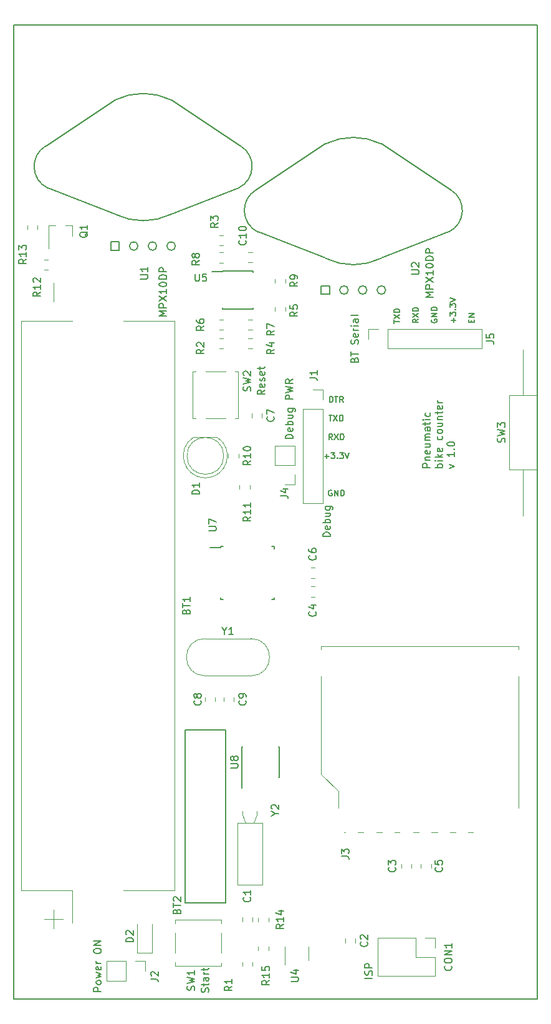
<source format=gbr>
%TF.GenerationSoftware,KiCad,Pcbnew,6.0.0-rc1-unknown-994a9c5~65~ubuntu18.04.1*%
%TF.CreationDate,2018-07-25T16:15:22+03:00*%
%TF.ProjectId,counter-pneumatic-v1-G368,636F756E7465722D706E65756D617469,rev?*%
%TF.SameCoordinates,Original*%
%TF.FileFunction,Legend,Top*%
%TF.FilePolarity,Positive*%
%FSLAX46Y46*%
G04 Gerber Fmt 4.6, Leading zero omitted, Abs format (unit mm)*
G04 Created by KiCad (PCBNEW 6.0.0-rc1-unknown-994a9c5~65~ubuntu18.04.1) date Wed Jul 25 16:15:22 2018*
%MOMM*%
%LPD*%
G01*
G04 APERTURE LIST*
%ADD10C,0.150000*%
%ADD11C,0.120000*%
G04 APERTURE END LIST*
D10*
X242007380Y-82849404D02*
X241007380Y-82849404D01*
X241007380Y-82468452D01*
X241055000Y-82373214D01*
X241102619Y-82325595D01*
X241197857Y-82277976D01*
X241340714Y-82277976D01*
X241435952Y-82325595D01*
X241483571Y-82373214D01*
X241531190Y-82468452D01*
X241531190Y-82849404D01*
X241340714Y-81849404D02*
X242007380Y-81849404D01*
X241435952Y-81849404D02*
X241388333Y-81801785D01*
X241340714Y-81706547D01*
X241340714Y-81563690D01*
X241388333Y-81468452D01*
X241483571Y-81420833D01*
X242007380Y-81420833D01*
X241959761Y-80563690D02*
X242007380Y-80658928D01*
X242007380Y-80849404D01*
X241959761Y-80944642D01*
X241864523Y-80992261D01*
X241483571Y-80992261D01*
X241388333Y-80944642D01*
X241340714Y-80849404D01*
X241340714Y-80658928D01*
X241388333Y-80563690D01*
X241483571Y-80516071D01*
X241578809Y-80516071D01*
X241674047Y-80992261D01*
X241340714Y-79658928D02*
X242007380Y-79658928D01*
X241340714Y-80087500D02*
X241864523Y-80087500D01*
X241959761Y-80039880D01*
X242007380Y-79944642D01*
X242007380Y-79801785D01*
X241959761Y-79706547D01*
X241912142Y-79658928D01*
X242007380Y-79182738D02*
X241340714Y-79182738D01*
X241435952Y-79182738D02*
X241388333Y-79135119D01*
X241340714Y-79039880D01*
X241340714Y-78897023D01*
X241388333Y-78801785D01*
X241483571Y-78754166D01*
X242007380Y-78754166D01*
X241483571Y-78754166D02*
X241388333Y-78706547D01*
X241340714Y-78611309D01*
X241340714Y-78468452D01*
X241388333Y-78373214D01*
X241483571Y-78325595D01*
X242007380Y-78325595D01*
X242007380Y-77420833D02*
X241483571Y-77420833D01*
X241388333Y-77468452D01*
X241340714Y-77563690D01*
X241340714Y-77754166D01*
X241388333Y-77849404D01*
X241959761Y-77420833D02*
X242007380Y-77516071D01*
X242007380Y-77754166D01*
X241959761Y-77849404D01*
X241864523Y-77897023D01*
X241769285Y-77897023D01*
X241674047Y-77849404D01*
X241626428Y-77754166D01*
X241626428Y-77516071D01*
X241578809Y-77420833D01*
X241340714Y-77087500D02*
X241340714Y-76706547D01*
X241007380Y-76944642D02*
X241864523Y-76944642D01*
X241959761Y-76897023D01*
X242007380Y-76801785D01*
X242007380Y-76706547D01*
X242007380Y-76373214D02*
X241340714Y-76373214D01*
X241007380Y-76373214D02*
X241055000Y-76420833D01*
X241102619Y-76373214D01*
X241055000Y-76325595D01*
X241007380Y-76373214D01*
X241102619Y-76373214D01*
X241959761Y-75468452D02*
X242007380Y-75563690D01*
X242007380Y-75754166D01*
X241959761Y-75849404D01*
X241912142Y-75897023D01*
X241816904Y-75944642D01*
X241531190Y-75944642D01*
X241435952Y-75897023D01*
X241388333Y-75849404D01*
X241340714Y-75754166D01*
X241340714Y-75563690D01*
X241388333Y-75468452D01*
X243657380Y-82849404D02*
X242657380Y-82849404D01*
X243038333Y-82849404D02*
X242990714Y-82754166D01*
X242990714Y-82563690D01*
X243038333Y-82468452D01*
X243085952Y-82420833D01*
X243181190Y-82373214D01*
X243466904Y-82373214D01*
X243562142Y-82420833D01*
X243609761Y-82468452D01*
X243657380Y-82563690D01*
X243657380Y-82754166D01*
X243609761Y-82849404D01*
X243657380Y-81944642D02*
X242990714Y-81944642D01*
X242657380Y-81944642D02*
X242705000Y-81992261D01*
X242752619Y-81944642D01*
X242705000Y-81897023D01*
X242657380Y-81944642D01*
X242752619Y-81944642D01*
X243657380Y-81468452D02*
X242657380Y-81468452D01*
X243276428Y-81373214D02*
X243657380Y-81087500D01*
X242990714Y-81087500D02*
X243371666Y-81468452D01*
X243609761Y-80277976D02*
X243657380Y-80373214D01*
X243657380Y-80563690D01*
X243609761Y-80658928D01*
X243514523Y-80706547D01*
X243133571Y-80706547D01*
X243038333Y-80658928D01*
X242990714Y-80563690D01*
X242990714Y-80373214D01*
X243038333Y-80277976D01*
X243133571Y-80230357D01*
X243228809Y-80230357D01*
X243324047Y-80706547D01*
X243609761Y-78611309D02*
X243657380Y-78706547D01*
X243657380Y-78897023D01*
X243609761Y-78992261D01*
X243562142Y-79039880D01*
X243466904Y-79087500D01*
X243181190Y-79087500D01*
X243085952Y-79039880D01*
X243038333Y-78992261D01*
X242990714Y-78897023D01*
X242990714Y-78706547D01*
X243038333Y-78611309D01*
X243657380Y-78039880D02*
X243609761Y-78135119D01*
X243562142Y-78182738D01*
X243466904Y-78230357D01*
X243181190Y-78230357D01*
X243085952Y-78182738D01*
X243038333Y-78135119D01*
X242990714Y-78039880D01*
X242990714Y-77897023D01*
X243038333Y-77801785D01*
X243085952Y-77754166D01*
X243181190Y-77706547D01*
X243466904Y-77706547D01*
X243562142Y-77754166D01*
X243609761Y-77801785D01*
X243657380Y-77897023D01*
X243657380Y-78039880D01*
X242990714Y-76849404D02*
X243657380Y-76849404D01*
X242990714Y-77277976D02*
X243514523Y-77277976D01*
X243609761Y-77230357D01*
X243657380Y-77135119D01*
X243657380Y-76992261D01*
X243609761Y-76897023D01*
X243562142Y-76849404D01*
X242990714Y-76373214D02*
X243657380Y-76373214D01*
X243085952Y-76373214D02*
X243038333Y-76325595D01*
X242990714Y-76230357D01*
X242990714Y-76087500D01*
X243038333Y-75992261D01*
X243133571Y-75944642D01*
X243657380Y-75944642D01*
X242990714Y-75611309D02*
X242990714Y-75230357D01*
X242657380Y-75468452D02*
X243514523Y-75468452D01*
X243609761Y-75420833D01*
X243657380Y-75325595D01*
X243657380Y-75230357D01*
X243609761Y-74516071D02*
X243657380Y-74611309D01*
X243657380Y-74801785D01*
X243609761Y-74897023D01*
X243514523Y-74944642D01*
X243133571Y-74944642D01*
X243038333Y-74897023D01*
X242990714Y-74801785D01*
X242990714Y-74611309D01*
X243038333Y-74516071D01*
X243133571Y-74468452D01*
X243228809Y-74468452D01*
X243324047Y-74944642D01*
X243657380Y-74039880D02*
X242990714Y-74039880D01*
X243181190Y-74039880D02*
X243085952Y-73992261D01*
X243038333Y-73944642D01*
X242990714Y-73849404D01*
X242990714Y-73754166D01*
X244640714Y-82944642D02*
X245307380Y-82706547D01*
X244640714Y-82468452D01*
X245307380Y-80801785D02*
X245307380Y-81373214D01*
X245307380Y-81087500D02*
X244307380Y-81087500D01*
X244450238Y-81182738D01*
X244545476Y-81277976D01*
X244593095Y-81373214D01*
X245212142Y-80373214D02*
X245259761Y-80325595D01*
X245307380Y-80373214D01*
X245259761Y-80420833D01*
X245212142Y-80373214D01*
X245307380Y-80373214D01*
X244307380Y-79706547D02*
X244307380Y-79611309D01*
X244355000Y-79516071D01*
X244402619Y-79468452D01*
X244497857Y-79420833D01*
X244688333Y-79373214D01*
X244926428Y-79373214D01*
X245116904Y-79420833D01*
X245212142Y-79468452D01*
X245259761Y-79516071D01*
X245307380Y-79611309D01*
X245307380Y-79706547D01*
X245259761Y-79801785D01*
X245212142Y-79849404D01*
X245116904Y-79897023D01*
X244926428Y-79944642D01*
X244688333Y-79944642D01*
X244497857Y-79897023D01*
X244402619Y-79849404D01*
X244355000Y-79801785D01*
X244307380Y-79706547D01*
X247592857Y-63172499D02*
X247592857Y-62905833D01*
X248011904Y-62791547D02*
X248011904Y-63172499D01*
X247211904Y-63172499D01*
X247211904Y-62791547D01*
X248011904Y-62448690D02*
X247211904Y-62448690D01*
X248011904Y-61991547D01*
X247211904Y-61991547D01*
X242170000Y-62775952D02*
X242131904Y-62852143D01*
X242131904Y-62966429D01*
X242170000Y-63080714D01*
X242246190Y-63156905D01*
X242322380Y-63195000D01*
X242474761Y-63233095D01*
X242589047Y-63233095D01*
X242741428Y-63195000D01*
X242817619Y-63156905D01*
X242893809Y-63080714D01*
X242931904Y-62966429D01*
X242931904Y-62890238D01*
X242893809Y-62775952D01*
X242855714Y-62737857D01*
X242589047Y-62737857D01*
X242589047Y-62890238D01*
X242931904Y-62395000D02*
X242131904Y-62395000D01*
X242931904Y-61937857D01*
X242131904Y-61937857D01*
X242931904Y-61556905D02*
X242131904Y-61556905D01*
X242131904Y-61366429D01*
X242170000Y-61252143D01*
X242246190Y-61175952D01*
X242322380Y-61137857D01*
X242474761Y-61099762D01*
X242589047Y-61099762D01*
X242741428Y-61137857D01*
X242817619Y-61175952D01*
X242893809Y-61252143D01*
X242931904Y-61366429D01*
X242931904Y-61556905D01*
X237051904Y-63309285D02*
X237051904Y-62852142D01*
X237851904Y-63080714D02*
X237051904Y-63080714D01*
X237051904Y-62661666D02*
X237851904Y-62128333D01*
X237051904Y-62128333D02*
X237851904Y-62661666D01*
X237851904Y-61823571D02*
X237051904Y-61823571D01*
X237051904Y-61633095D01*
X237090000Y-61518809D01*
X237166190Y-61442619D01*
X237242380Y-61404523D01*
X237394761Y-61366428D01*
X237509047Y-61366428D01*
X237661428Y-61404523D01*
X237737619Y-61442619D01*
X237813809Y-61518809D01*
X237851904Y-61633095D01*
X237851904Y-61823571D01*
X245167142Y-63195000D02*
X245167142Y-62585476D01*
X245471904Y-62890238D02*
X244862380Y-62890238D01*
X244671904Y-62280714D02*
X244671904Y-61785476D01*
X244976666Y-62052142D01*
X244976666Y-61937857D01*
X245014761Y-61861666D01*
X245052857Y-61823571D01*
X245129047Y-61785476D01*
X245319523Y-61785476D01*
X245395714Y-61823571D01*
X245433809Y-61861666D01*
X245471904Y-61937857D01*
X245471904Y-62166428D01*
X245433809Y-62242619D01*
X245395714Y-62280714D01*
X245395714Y-61442619D02*
X245433809Y-61404523D01*
X245471904Y-61442619D01*
X245433809Y-61480714D01*
X245395714Y-61442619D01*
X245471904Y-61442619D01*
X244671904Y-61137857D02*
X244671904Y-60642619D01*
X244976666Y-60909285D01*
X244976666Y-60795000D01*
X245014761Y-60718809D01*
X245052857Y-60680714D01*
X245129047Y-60642619D01*
X245319523Y-60642619D01*
X245395714Y-60680714D01*
X245433809Y-60718809D01*
X245471904Y-60795000D01*
X245471904Y-61023571D01*
X245433809Y-61099761D01*
X245395714Y-61137857D01*
X244671904Y-60414047D02*
X245471904Y-60147380D01*
X244671904Y-59880714D01*
X240391904Y-62737857D02*
X240010952Y-63004524D01*
X240391904Y-63195000D02*
X239591904Y-63195000D01*
X239591904Y-62890238D01*
X239630000Y-62814047D01*
X239668095Y-62775952D01*
X239744285Y-62737857D01*
X239858571Y-62737857D01*
X239934761Y-62775952D01*
X239972857Y-62814047D01*
X240010952Y-62890238D01*
X240010952Y-63195000D01*
X239591904Y-62471190D02*
X240391904Y-61937857D01*
X239591904Y-61937857D02*
X240391904Y-62471190D01*
X240391904Y-61633095D02*
X239591904Y-61633095D01*
X239591904Y-61442619D01*
X239630000Y-61328333D01*
X239706190Y-61252143D01*
X239782380Y-61214047D01*
X239934761Y-61175952D01*
X240049047Y-61175952D01*
X240201428Y-61214047D01*
X240277619Y-61252143D01*
X240353809Y-61328333D01*
X240391904Y-61442619D01*
X240391904Y-61633095D01*
X223337380Y-78930000D02*
X222337380Y-78930000D01*
X222337380Y-78691904D01*
X222385000Y-78549047D01*
X222480238Y-78453809D01*
X222575476Y-78406190D01*
X222765952Y-78358571D01*
X222908809Y-78358571D01*
X223099285Y-78406190D01*
X223194523Y-78453809D01*
X223289761Y-78549047D01*
X223337380Y-78691904D01*
X223337380Y-78930000D01*
X223289761Y-77549047D02*
X223337380Y-77644285D01*
X223337380Y-77834761D01*
X223289761Y-77930000D01*
X223194523Y-77977619D01*
X222813571Y-77977619D01*
X222718333Y-77930000D01*
X222670714Y-77834761D01*
X222670714Y-77644285D01*
X222718333Y-77549047D01*
X222813571Y-77501428D01*
X222908809Y-77501428D01*
X223004047Y-77977619D01*
X223337380Y-77072857D02*
X222337380Y-77072857D01*
X222718333Y-77072857D02*
X222670714Y-76977619D01*
X222670714Y-76787142D01*
X222718333Y-76691904D01*
X222765952Y-76644285D01*
X222861190Y-76596666D01*
X223146904Y-76596666D01*
X223242142Y-76644285D01*
X223289761Y-76691904D01*
X223337380Y-76787142D01*
X223337380Y-76977619D01*
X223289761Y-77072857D01*
X222670714Y-75739523D02*
X223337380Y-75739523D01*
X222670714Y-76168095D02*
X223194523Y-76168095D01*
X223289761Y-76120476D01*
X223337380Y-76025238D01*
X223337380Y-75882380D01*
X223289761Y-75787142D01*
X223242142Y-75739523D01*
X222670714Y-74834761D02*
X223480238Y-74834761D01*
X223575476Y-74882380D01*
X223623095Y-74930000D01*
X223670714Y-75025238D01*
X223670714Y-75168095D01*
X223623095Y-75263333D01*
X223289761Y-74834761D02*
X223337380Y-74930000D01*
X223337380Y-75120476D01*
X223289761Y-75215714D01*
X223242142Y-75263333D01*
X223146904Y-75310952D01*
X222861190Y-75310952D01*
X222765952Y-75263333D01*
X222718333Y-75215714D01*
X222670714Y-75120476D01*
X222670714Y-74930000D01*
X222718333Y-74834761D01*
X223337380Y-73596666D02*
X222337380Y-73596666D01*
X222337380Y-73215714D01*
X222385000Y-73120476D01*
X222432619Y-73072857D01*
X222527857Y-73025238D01*
X222670714Y-73025238D01*
X222765952Y-73072857D01*
X222813571Y-73120476D01*
X222861190Y-73215714D01*
X222861190Y-73596666D01*
X222337380Y-72691904D02*
X223337380Y-72453809D01*
X222623095Y-72263333D01*
X223337380Y-72072857D01*
X222337380Y-71834761D01*
X223337380Y-70882380D02*
X222861190Y-71215714D01*
X223337380Y-71453809D02*
X222337380Y-71453809D01*
X222337380Y-71072857D01*
X222385000Y-70977619D01*
X222432619Y-70930000D01*
X222527857Y-70882380D01*
X222670714Y-70882380D01*
X222765952Y-70930000D01*
X222813571Y-70977619D01*
X222861190Y-71072857D01*
X222861190Y-71453809D01*
X227635000Y-81337142D02*
X228244523Y-81337142D01*
X227939761Y-81641904D02*
X227939761Y-81032380D01*
X228549285Y-80841904D02*
X229044523Y-80841904D01*
X228777857Y-81146666D01*
X228892142Y-81146666D01*
X228968333Y-81184761D01*
X229006428Y-81222857D01*
X229044523Y-81299047D01*
X229044523Y-81489523D01*
X229006428Y-81565714D01*
X228968333Y-81603809D01*
X228892142Y-81641904D01*
X228663571Y-81641904D01*
X228587380Y-81603809D01*
X228549285Y-81565714D01*
X229387380Y-81565714D02*
X229425476Y-81603809D01*
X229387380Y-81641904D01*
X229349285Y-81603809D01*
X229387380Y-81565714D01*
X229387380Y-81641904D01*
X229692142Y-80841904D02*
X230187380Y-80841904D01*
X229920714Y-81146666D01*
X230035000Y-81146666D01*
X230111190Y-81184761D01*
X230149285Y-81222857D01*
X230187380Y-81299047D01*
X230187380Y-81489523D01*
X230149285Y-81565714D01*
X230111190Y-81603809D01*
X230035000Y-81641904D01*
X229806428Y-81641904D01*
X229730238Y-81603809D01*
X229692142Y-81565714D01*
X230415952Y-80841904D02*
X230682619Y-81641904D01*
X230949285Y-80841904D01*
X228625476Y-85960000D02*
X228549285Y-85921904D01*
X228435000Y-85921904D01*
X228320714Y-85960000D01*
X228244523Y-86036190D01*
X228206428Y-86112380D01*
X228168333Y-86264761D01*
X228168333Y-86379047D01*
X228206428Y-86531428D01*
X228244523Y-86607619D01*
X228320714Y-86683809D01*
X228435000Y-86721904D01*
X228511190Y-86721904D01*
X228625476Y-86683809D01*
X228663571Y-86645714D01*
X228663571Y-86379047D01*
X228511190Y-86379047D01*
X229006428Y-86721904D02*
X229006428Y-85921904D01*
X229463571Y-86721904D01*
X229463571Y-85921904D01*
X229844523Y-86721904D02*
X229844523Y-85921904D01*
X230035000Y-85921904D01*
X230149285Y-85960000D01*
X230225476Y-86036190D01*
X230263571Y-86112380D01*
X230301666Y-86264761D01*
X230301666Y-86379047D01*
X230263571Y-86531428D01*
X230225476Y-86607619D01*
X230149285Y-86683809D01*
X230035000Y-86721904D01*
X229844523Y-86721904D01*
X228320714Y-74021904D02*
X228320714Y-73221904D01*
X228511190Y-73221904D01*
X228625476Y-73260000D01*
X228701666Y-73336190D01*
X228739761Y-73412380D01*
X228777857Y-73564761D01*
X228777857Y-73679047D01*
X228739761Y-73831428D01*
X228701666Y-73907619D01*
X228625476Y-73983809D01*
X228511190Y-74021904D01*
X228320714Y-74021904D01*
X229006428Y-73221904D02*
X229463571Y-73221904D01*
X229235000Y-74021904D02*
X229235000Y-73221904D01*
X230187380Y-74021904D02*
X229920714Y-73640952D01*
X229730238Y-74021904D02*
X229730238Y-73221904D01*
X230035000Y-73221904D01*
X230111190Y-73260000D01*
X230149285Y-73298095D01*
X230187380Y-73374285D01*
X230187380Y-73488571D01*
X230149285Y-73564761D01*
X230111190Y-73602857D01*
X230035000Y-73640952D01*
X229730238Y-73640952D01*
X228701666Y-79101904D02*
X228435000Y-78720952D01*
X228244523Y-79101904D02*
X228244523Y-78301904D01*
X228549285Y-78301904D01*
X228625476Y-78340000D01*
X228663571Y-78378095D01*
X228701666Y-78454285D01*
X228701666Y-78568571D01*
X228663571Y-78644761D01*
X228625476Y-78682857D01*
X228549285Y-78720952D01*
X228244523Y-78720952D01*
X228968333Y-78301904D02*
X229501666Y-79101904D01*
X229501666Y-78301904D02*
X228968333Y-79101904D01*
X229806428Y-79101904D02*
X229806428Y-78301904D01*
X229996904Y-78301904D01*
X230111190Y-78340000D01*
X230187380Y-78416190D01*
X230225476Y-78492380D01*
X230263571Y-78644761D01*
X230263571Y-78759047D01*
X230225476Y-78911428D01*
X230187380Y-78987619D01*
X230111190Y-79063809D01*
X229996904Y-79101904D01*
X229806428Y-79101904D01*
X228225476Y-75761904D02*
X228682619Y-75761904D01*
X228454047Y-76561904D02*
X228454047Y-75761904D01*
X228873095Y-75761904D02*
X229406428Y-76561904D01*
X229406428Y-75761904D02*
X228873095Y-76561904D01*
X229711190Y-76561904D02*
X229711190Y-75761904D01*
X229901666Y-75761904D01*
X230015952Y-75800000D01*
X230092142Y-75876190D01*
X230130238Y-75952380D01*
X230168333Y-76104761D01*
X230168333Y-76219047D01*
X230130238Y-76371428D01*
X230092142Y-76447619D01*
X230015952Y-76523809D01*
X229901666Y-76561904D01*
X229711190Y-76561904D01*
X228417380Y-92217619D02*
X227417380Y-92217619D01*
X227417380Y-91979523D01*
X227465000Y-91836666D01*
X227560238Y-91741428D01*
X227655476Y-91693809D01*
X227845952Y-91646190D01*
X227988809Y-91646190D01*
X228179285Y-91693809D01*
X228274523Y-91741428D01*
X228369761Y-91836666D01*
X228417380Y-91979523D01*
X228417380Y-92217619D01*
X228369761Y-90836666D02*
X228417380Y-90931904D01*
X228417380Y-91122380D01*
X228369761Y-91217619D01*
X228274523Y-91265238D01*
X227893571Y-91265238D01*
X227798333Y-91217619D01*
X227750714Y-91122380D01*
X227750714Y-90931904D01*
X227798333Y-90836666D01*
X227893571Y-90789047D01*
X227988809Y-90789047D01*
X228084047Y-91265238D01*
X228417380Y-90360476D02*
X227417380Y-90360476D01*
X227798333Y-90360476D02*
X227750714Y-90265238D01*
X227750714Y-90074761D01*
X227798333Y-89979523D01*
X227845952Y-89931904D01*
X227941190Y-89884285D01*
X228226904Y-89884285D01*
X228322142Y-89931904D01*
X228369761Y-89979523D01*
X228417380Y-90074761D01*
X228417380Y-90265238D01*
X228369761Y-90360476D01*
X227750714Y-89027142D02*
X228417380Y-89027142D01*
X227750714Y-89455714D02*
X228274523Y-89455714D01*
X228369761Y-89408095D01*
X228417380Y-89312857D01*
X228417380Y-89170000D01*
X228369761Y-89074761D01*
X228322142Y-89027142D01*
X227750714Y-88122380D02*
X228560238Y-88122380D01*
X228655476Y-88170000D01*
X228703095Y-88217619D01*
X228750714Y-88312857D01*
X228750714Y-88455714D01*
X228703095Y-88550952D01*
X228369761Y-88122380D02*
X228417380Y-88217619D01*
X228417380Y-88408095D01*
X228369761Y-88503333D01*
X228322142Y-88550952D01*
X228226904Y-88598571D01*
X227941190Y-88598571D01*
X227845952Y-88550952D01*
X227798333Y-88503333D01*
X227750714Y-88408095D01*
X227750714Y-88217619D01*
X227798333Y-88122380D01*
X231703571Y-68262142D02*
X231751190Y-68119285D01*
X231798809Y-68071666D01*
X231894047Y-68024047D01*
X232036904Y-68024047D01*
X232132142Y-68071666D01*
X232179761Y-68119285D01*
X232227380Y-68214523D01*
X232227380Y-68595476D01*
X231227380Y-68595476D01*
X231227380Y-68262142D01*
X231275000Y-68166904D01*
X231322619Y-68119285D01*
X231417857Y-68071666D01*
X231513095Y-68071666D01*
X231608333Y-68119285D01*
X231655952Y-68166904D01*
X231703571Y-68262142D01*
X231703571Y-68595476D01*
X231227380Y-67738333D02*
X231227380Y-67166904D01*
X232227380Y-67452619D02*
X231227380Y-67452619D01*
X232179761Y-66119285D02*
X232227380Y-65976428D01*
X232227380Y-65738333D01*
X232179761Y-65643095D01*
X232132142Y-65595476D01*
X232036904Y-65547857D01*
X231941666Y-65547857D01*
X231846428Y-65595476D01*
X231798809Y-65643095D01*
X231751190Y-65738333D01*
X231703571Y-65928809D01*
X231655952Y-66024047D01*
X231608333Y-66071666D01*
X231513095Y-66119285D01*
X231417857Y-66119285D01*
X231322619Y-66071666D01*
X231275000Y-66024047D01*
X231227380Y-65928809D01*
X231227380Y-65690714D01*
X231275000Y-65547857D01*
X232179761Y-64738333D02*
X232227380Y-64833571D01*
X232227380Y-65024047D01*
X232179761Y-65119285D01*
X232084523Y-65166904D01*
X231703571Y-65166904D01*
X231608333Y-65119285D01*
X231560714Y-65024047D01*
X231560714Y-64833571D01*
X231608333Y-64738333D01*
X231703571Y-64690714D01*
X231798809Y-64690714D01*
X231894047Y-65166904D01*
X232227380Y-64262142D02*
X231560714Y-64262142D01*
X231751190Y-64262142D02*
X231655952Y-64214523D01*
X231608333Y-64166904D01*
X231560714Y-64071666D01*
X231560714Y-63976428D01*
X232227380Y-63643095D02*
X231560714Y-63643095D01*
X231227380Y-63643095D02*
X231275000Y-63690714D01*
X231322619Y-63643095D01*
X231275000Y-63595476D01*
X231227380Y-63643095D01*
X231322619Y-63643095D01*
X232227380Y-62738333D02*
X231703571Y-62738333D01*
X231608333Y-62785952D01*
X231560714Y-62881190D01*
X231560714Y-63071666D01*
X231608333Y-63166904D01*
X232179761Y-62738333D02*
X232227380Y-62833571D01*
X232227380Y-63071666D01*
X232179761Y-63166904D01*
X232084523Y-63214523D01*
X231989285Y-63214523D01*
X231894047Y-63166904D01*
X231846428Y-63071666D01*
X231846428Y-62833571D01*
X231798809Y-62738333D01*
X232227380Y-62119285D02*
X232179761Y-62214523D01*
X232084523Y-62262142D01*
X231227380Y-62262142D01*
X219527380Y-72358095D02*
X219051190Y-72691428D01*
X219527380Y-72929523D02*
X218527380Y-72929523D01*
X218527380Y-72548571D01*
X218575000Y-72453333D01*
X218622619Y-72405714D01*
X218717857Y-72358095D01*
X218860714Y-72358095D01*
X218955952Y-72405714D01*
X219003571Y-72453333D01*
X219051190Y-72548571D01*
X219051190Y-72929523D01*
X219479761Y-71548571D02*
X219527380Y-71643809D01*
X219527380Y-71834285D01*
X219479761Y-71929523D01*
X219384523Y-71977142D01*
X219003571Y-71977142D01*
X218908333Y-71929523D01*
X218860714Y-71834285D01*
X218860714Y-71643809D01*
X218908333Y-71548571D01*
X219003571Y-71500952D01*
X219098809Y-71500952D01*
X219194047Y-71977142D01*
X219479761Y-71120000D02*
X219527380Y-71024761D01*
X219527380Y-70834285D01*
X219479761Y-70739047D01*
X219384523Y-70691428D01*
X219336904Y-70691428D01*
X219241666Y-70739047D01*
X219194047Y-70834285D01*
X219194047Y-70977142D01*
X219146428Y-71072380D01*
X219051190Y-71120000D01*
X219003571Y-71120000D01*
X218908333Y-71072380D01*
X218860714Y-70977142D01*
X218860714Y-70834285D01*
X218908333Y-70739047D01*
X219479761Y-69881904D02*
X219527380Y-69977142D01*
X219527380Y-70167619D01*
X219479761Y-70262857D01*
X219384523Y-70310476D01*
X219003571Y-70310476D01*
X218908333Y-70262857D01*
X218860714Y-70167619D01*
X218860714Y-69977142D01*
X218908333Y-69881904D01*
X219003571Y-69834285D01*
X219098809Y-69834285D01*
X219194047Y-70310476D01*
X218860714Y-69548571D02*
X218860714Y-69167619D01*
X218527380Y-69405714D02*
X219384523Y-69405714D01*
X219479761Y-69358095D01*
X219527380Y-69262857D01*
X219527380Y-69167619D01*
X211859761Y-154019047D02*
X211907380Y-153876190D01*
X211907380Y-153638095D01*
X211859761Y-153542857D01*
X211812142Y-153495238D01*
X211716904Y-153447619D01*
X211621666Y-153447619D01*
X211526428Y-153495238D01*
X211478809Y-153542857D01*
X211431190Y-153638095D01*
X211383571Y-153828571D01*
X211335952Y-153923809D01*
X211288333Y-153971428D01*
X211193095Y-154019047D01*
X211097857Y-154019047D01*
X211002619Y-153971428D01*
X210955000Y-153923809D01*
X210907380Y-153828571D01*
X210907380Y-153590476D01*
X210955000Y-153447619D01*
X211240714Y-153161904D02*
X211240714Y-152780952D01*
X210907380Y-153019047D02*
X211764523Y-153019047D01*
X211859761Y-152971428D01*
X211907380Y-152876190D01*
X211907380Y-152780952D01*
X211907380Y-152019047D02*
X211383571Y-152019047D01*
X211288333Y-152066666D01*
X211240714Y-152161904D01*
X211240714Y-152352380D01*
X211288333Y-152447619D01*
X211859761Y-152019047D02*
X211907380Y-152114285D01*
X211907380Y-152352380D01*
X211859761Y-152447619D01*
X211764523Y-152495238D01*
X211669285Y-152495238D01*
X211574047Y-152447619D01*
X211526428Y-152352380D01*
X211526428Y-152114285D01*
X211478809Y-152019047D01*
X211907380Y-151542857D02*
X211240714Y-151542857D01*
X211431190Y-151542857D02*
X211335952Y-151495238D01*
X211288333Y-151447619D01*
X211240714Y-151352380D01*
X211240714Y-151257142D01*
X211240714Y-151066666D02*
X211240714Y-150685714D01*
X210907380Y-150923809D02*
X211764523Y-150923809D01*
X211859761Y-150876190D01*
X211907380Y-150780952D01*
X211907380Y-150685714D01*
X197302380Y-153899761D02*
X196302380Y-153899761D01*
X196302380Y-153518809D01*
X196350000Y-153423571D01*
X196397619Y-153375952D01*
X196492857Y-153328333D01*
X196635714Y-153328333D01*
X196730952Y-153375952D01*
X196778571Y-153423571D01*
X196826190Y-153518809D01*
X196826190Y-153899761D01*
X197302380Y-152756904D02*
X197254761Y-152852142D01*
X197207142Y-152899761D01*
X197111904Y-152947380D01*
X196826190Y-152947380D01*
X196730952Y-152899761D01*
X196683333Y-152852142D01*
X196635714Y-152756904D01*
X196635714Y-152614047D01*
X196683333Y-152518809D01*
X196730952Y-152471190D01*
X196826190Y-152423571D01*
X197111904Y-152423571D01*
X197207142Y-152471190D01*
X197254761Y-152518809D01*
X197302380Y-152614047D01*
X197302380Y-152756904D01*
X196635714Y-152090238D02*
X197302380Y-151899761D01*
X196826190Y-151709285D01*
X197302380Y-151518809D01*
X196635714Y-151328333D01*
X197254761Y-150566428D02*
X197302380Y-150661666D01*
X197302380Y-150852142D01*
X197254761Y-150947380D01*
X197159523Y-150995000D01*
X196778571Y-150995000D01*
X196683333Y-150947380D01*
X196635714Y-150852142D01*
X196635714Y-150661666D01*
X196683333Y-150566428D01*
X196778571Y-150518809D01*
X196873809Y-150518809D01*
X196969047Y-150995000D01*
X197302380Y-150090238D02*
X196635714Y-150090238D01*
X196826190Y-150090238D02*
X196730952Y-150042619D01*
X196683333Y-149995000D01*
X196635714Y-149899761D01*
X196635714Y-149804523D01*
X196302380Y-148518809D02*
X196302380Y-148328333D01*
X196350000Y-148233095D01*
X196445238Y-148137857D01*
X196635714Y-148090238D01*
X196969047Y-148090238D01*
X197159523Y-148137857D01*
X197254761Y-148233095D01*
X197302380Y-148328333D01*
X197302380Y-148518809D01*
X197254761Y-148614047D01*
X197159523Y-148709285D01*
X196969047Y-148756904D01*
X196635714Y-148756904D01*
X196445238Y-148709285D01*
X196350000Y-148614047D01*
X196302380Y-148518809D01*
X197302380Y-147661666D02*
X196302380Y-147661666D01*
X197302380Y-147090238D01*
X196302380Y-147090238D01*
X234132380Y-152106190D02*
X233132380Y-152106190D01*
X234084761Y-151677619D02*
X234132380Y-151534761D01*
X234132380Y-151296666D01*
X234084761Y-151201428D01*
X234037142Y-151153809D01*
X233941904Y-151106190D01*
X233846666Y-151106190D01*
X233751428Y-151153809D01*
X233703809Y-151201428D01*
X233656190Y-151296666D01*
X233608571Y-151487142D01*
X233560952Y-151582380D01*
X233513333Y-151630000D01*
X233418095Y-151677619D01*
X233322857Y-151677619D01*
X233227619Y-151630000D01*
X233180000Y-151582380D01*
X233132380Y-151487142D01*
X233132380Y-151249047D01*
X233180000Y-151106190D01*
X234132380Y-150677619D02*
X233132380Y-150677619D01*
X233132380Y-150296666D01*
X233180000Y-150201428D01*
X233227619Y-150153809D01*
X233322857Y-150106190D01*
X233465714Y-150106190D01*
X233560952Y-150153809D01*
X233608571Y-150201428D01*
X233656190Y-150296666D01*
X233656190Y-150677619D01*
X185420000Y-22860000D02*
X185420000Y-154940000D01*
X256540000Y-22860000D02*
X185420000Y-22860000D01*
X256540000Y-154940000D02*
X256540000Y-22860000D01*
X185420000Y-154940000D02*
X256540000Y-154940000D01*
D11*
X227195000Y-107105000D02*
X227195000Y-107525000D01*
X254035000Y-107105000D02*
X227195000Y-107105000D01*
X254035000Y-107525000D02*
X254035000Y-107105000D01*
X254035000Y-129025000D02*
X254035000Y-111125000D01*
X227195000Y-124425000D02*
X227195000Y-111125000D01*
X229495000Y-126725000D02*
X227195000Y-124425000D01*
X229495000Y-129025000D02*
X229495000Y-126725000D01*
X247865000Y-132345000D02*
X247165000Y-132345000D01*
X245465000Y-132345000D02*
X244665000Y-132345000D01*
X242965000Y-132345000D02*
X242165000Y-132345000D01*
X230465000Y-132345000D02*
X230265000Y-132345000D01*
X240465000Y-132345000D02*
X239665000Y-132345000D01*
X237865000Y-132345000D02*
X237165000Y-132345000D01*
X235465000Y-132345000D02*
X234665000Y-132345000D01*
X232965000Y-132345000D02*
X232165000Y-132345000D01*
D10*
X208705000Y-118425000D02*
X208705000Y-141925000D01*
X208705000Y-141925000D02*
X214205000Y-141925000D01*
X214205000Y-141925000D02*
X214205000Y-118425000D01*
X214205000Y-118425000D02*
X208705000Y-118425000D01*
D11*
X218435000Y-129928000D02*
X218435000Y-129478000D01*
X218030000Y-131078000D02*
X218435000Y-129928000D01*
X216535000Y-129928000D02*
X216535000Y-129478000D01*
X216940000Y-131078000D02*
X216535000Y-129928000D01*
X219185000Y-131078000D02*
X215785000Y-131078000D01*
X219185000Y-139478000D02*
X219185000Y-131078000D01*
X215785000Y-139478000D02*
X219185000Y-139478000D01*
X215785000Y-131078000D02*
X215785000Y-139478000D01*
D10*
X199190000Y-33020000D02*
X189792000Y-39243000D01*
X206810000Y-33020000D02*
X216208000Y-39243000D01*
X206810000Y-33020000D02*
G75*
G03X199190000Y-33020000I-3810000J-7747000D01*
G01*
X215960438Y-44957999D02*
G75*
G03X216211218Y-39236269I-1400219J2927731D01*
G01*
X215954000Y-44958000D02*
X206810000Y-48514000D01*
X190046000Y-44958000D02*
X199190000Y-48514000D01*
X206810000Y-48514000D02*
G75*
G02X199190000Y-48514000I-3810000J7747000D01*
G01*
X190042781Y-44964731D02*
G75*
G02X189792001Y-39243001I1400219J2927731D01*
G01*
X227747000Y-38983000D02*
X218349000Y-45206000D01*
X235367000Y-38983000D02*
X244765000Y-45206000D01*
X235367000Y-38983000D02*
G75*
G03X227747000Y-38983000I-3810000J-7747000D01*
G01*
X244517438Y-50920999D02*
G75*
G03X244768218Y-45199269I-1400219J2927731D01*
G01*
X244511000Y-50921000D02*
X235367000Y-54477000D01*
X218603000Y-50921000D02*
X227747000Y-54477000D01*
X235367000Y-54477000D02*
G75*
G02X227747000Y-54477000I-3810000J7747000D01*
G01*
X218599781Y-50927731D02*
G75*
G02X218349001Y-45206001I1400219J2927731D01*
G01*
D11*
X192100000Y-144100000D02*
X189600000Y-144100000D01*
X190850000Y-145350000D02*
X190850000Y-142850000D01*
X190850000Y-57850000D02*
X190850000Y-60350000D01*
X193410000Y-62960000D02*
X186430000Y-62960000D01*
X186410000Y-62960000D02*
X186410000Y-140240000D01*
X186410000Y-140240000D02*
X193410000Y-140240000D01*
X200290000Y-62960000D02*
X207290000Y-62960000D01*
X207290000Y-62960000D02*
X207290000Y-140240000D01*
X207290000Y-140240000D02*
X200290000Y-140240000D01*
X193410000Y-140240000D02*
X193410000Y-144600000D01*
X226060000Y-72330000D02*
X227390000Y-72330000D01*
X227390000Y-72330000D02*
X227390000Y-73660000D01*
X227390000Y-74930000D02*
X227390000Y-87690000D01*
X224730000Y-87690000D02*
X227390000Y-87690000D01*
X224730000Y-74930000D02*
X224730000Y-87690000D01*
X224730000Y-74930000D02*
X227390000Y-74930000D01*
X222230000Y-147860000D02*
X222230000Y-150310000D01*
X225450000Y-149660000D02*
X225450000Y-147860000D01*
D10*
X213764000Y-56276000D02*
X212364000Y-56276000D01*
X213764000Y-61376000D02*
X217914000Y-61376000D01*
X213764000Y-56226000D02*
X217914000Y-56226000D01*
X213764000Y-61376000D02*
X213764000Y-61231000D01*
X217914000Y-61376000D02*
X217914000Y-61231000D01*
X217914000Y-56226000D02*
X217914000Y-56371000D01*
X213764000Y-56226000D02*
X213764000Y-56276000D01*
X213545000Y-93755000D02*
X212120000Y-93755000D01*
X220795000Y-93530000D02*
X220470000Y-93530000D01*
X220795000Y-100780000D02*
X220470000Y-100780000D01*
X213545000Y-100780000D02*
X213870000Y-100780000D01*
X213545000Y-93530000D02*
X213870000Y-93530000D01*
X213545000Y-100780000D02*
X213545000Y-100455000D01*
X220795000Y-100780000D02*
X220795000Y-100455000D01*
X220795000Y-93530000D02*
X220795000Y-93855000D01*
X213545000Y-93530000D02*
X213545000Y-93755000D01*
D11*
X217655000Y-111110000D02*
G75*
G03X217655000Y-106060000I0J2525000D01*
G01*
X211405000Y-111110000D02*
G75*
G02X211405000Y-106060000I0J2525000D01*
G01*
X211405000Y-111110000D02*
X217655000Y-111110000D01*
X211405000Y-106060000D02*
X217655000Y-106060000D01*
X203260000Y-149800000D02*
X203260000Y-151130000D01*
X201930000Y-149800000D02*
X203260000Y-149800000D01*
X200660000Y-149800000D02*
X200660000Y-152460000D01*
X200660000Y-152460000D02*
X198060000Y-152460000D01*
X200660000Y-149800000D02*
X198060000Y-149800000D01*
X198060000Y-149800000D02*
X198060000Y-152460000D01*
X234890000Y-146625000D02*
X234890000Y-151825000D01*
X240030000Y-146625000D02*
X234890000Y-146625000D01*
X242630000Y-151825000D02*
X234890000Y-151825000D01*
X240030000Y-146625000D02*
X240030000Y-149225000D01*
X240030000Y-149225000D02*
X242630000Y-149225000D01*
X242630000Y-149225000D02*
X242630000Y-151825000D01*
X241300000Y-146625000D02*
X242630000Y-146625000D01*
X242630000Y-146625000D02*
X242630000Y-147955000D01*
X211454538Y-84270000D02*
G75*
G03X212999830Y-78720000I462J2990000D01*
G01*
X211455462Y-84270000D02*
G75*
G02X209910170Y-78720000I-462J2990000D01*
G01*
X213955000Y-81280000D02*
G75*
G03X213955000Y-81280000I-2500000J0D01*
G01*
X213000000Y-78720000D02*
X209910000Y-78720000D01*
X207330000Y-144670000D02*
X207330000Y-144220000D01*
X213630000Y-144220000D02*
X213630000Y-144670000D01*
X207330000Y-144220000D02*
X213630000Y-144220000D01*
X213630000Y-145970000D02*
X213630000Y-148670000D01*
X207330000Y-148670000D02*
X207330000Y-145970000D01*
X213630000Y-150420000D02*
X213630000Y-150020000D01*
X207330000Y-150420000D02*
X213630000Y-150420000D01*
X207330000Y-149970000D02*
X207330000Y-150420000D01*
X210170000Y-69875000D02*
X209720000Y-69875000D01*
X209720000Y-69875000D02*
X209720000Y-76175000D01*
X209720000Y-76175000D02*
X210120000Y-76175000D01*
X211470000Y-69875000D02*
X214170000Y-69875000D01*
X214170000Y-76175000D02*
X211470000Y-76175000D01*
X215920000Y-69875000D02*
X215920000Y-76175000D01*
X215920000Y-76175000D02*
X215470000Y-76175000D01*
X215470000Y-69875000D02*
X215920000Y-69875000D01*
D10*
X216373000Y-124884000D02*
X216423000Y-124884000D01*
X216373000Y-120734000D02*
X216518000Y-120734000D01*
X221523000Y-120734000D02*
X221378000Y-120734000D01*
X221523000Y-124884000D02*
X221378000Y-124884000D01*
X216373000Y-124884000D02*
X216373000Y-120734000D01*
X221523000Y-124884000D02*
X221523000Y-120734000D01*
X216423000Y-124884000D02*
X216423000Y-126284000D01*
D11*
X216460000Y-143883748D02*
X216460000Y-144406252D01*
X217880000Y-143883748D02*
X217880000Y-144406252D01*
X231850000Y-146756248D02*
X231850000Y-147278752D01*
X230430000Y-146756248D02*
X230430000Y-147278752D01*
X239470000Y-136652924D02*
X239470000Y-137175428D01*
X238050000Y-136652924D02*
X238050000Y-137175428D01*
X225798748Y-100405000D02*
X226321252Y-100405000D01*
X225798748Y-98985000D02*
X226321252Y-98985000D01*
X242141902Y-136652924D02*
X242141902Y-137175428D01*
X240721902Y-136652924D02*
X240721902Y-137175428D01*
X225798748Y-97865000D02*
X226321252Y-97865000D01*
X225798748Y-96445000D02*
X226321252Y-96445000D01*
X219150000Y-76071252D02*
X219150000Y-75548748D01*
X217730000Y-76071252D02*
X217730000Y-75548748D01*
X211380000Y-114561252D02*
X211380000Y-114038748D01*
X212800000Y-114561252D02*
X212800000Y-114038748D01*
X215340000Y-114561252D02*
X215340000Y-114038748D01*
X213920000Y-114561252D02*
X213920000Y-114038748D01*
X217821252Y-55066000D02*
X217298748Y-55066000D01*
X217821252Y-53646000D02*
X217298748Y-53646000D01*
X202200000Y-148680000D02*
X204200000Y-148680000D01*
X204200000Y-148680000D02*
X204200000Y-144780000D01*
X202200000Y-148680000D02*
X202200000Y-144780000D01*
X223580000Y-79950000D02*
X220920000Y-79950000D01*
X223580000Y-82550000D02*
X223580000Y-79950000D01*
X220920000Y-82550000D02*
X220920000Y-79950000D01*
X223580000Y-82550000D02*
X220920000Y-82550000D01*
X223580000Y-83820000D02*
X223580000Y-85150000D01*
X223580000Y-85150000D02*
X222250000Y-85150000D01*
X236220000Y-66735000D02*
X236220000Y-64075000D01*
X236220000Y-66735000D02*
X248980000Y-66735000D01*
X248980000Y-66735000D02*
X248980000Y-64075000D01*
X236220000Y-64075000D02*
X248980000Y-64075000D01*
X233620000Y-64075000D02*
X234950000Y-64075000D01*
X233620000Y-65405000D02*
X233620000Y-64075000D01*
X193350000Y-50040000D02*
X192420000Y-50040000D01*
X190190000Y-50040000D02*
X191120000Y-50040000D01*
X190190000Y-50040000D02*
X190190000Y-53200000D01*
X193350000Y-50040000D02*
X193350000Y-51500000D01*
X217880000Y-150423752D02*
X217880000Y-149901248D01*
X216460000Y-150423752D02*
X216460000Y-149901248D01*
X213343748Y-65330000D02*
X213866252Y-65330000D01*
X213343748Y-66750000D02*
X213866252Y-66750000D01*
X213866252Y-51360000D02*
X213343748Y-51360000D01*
X213866252Y-52780000D02*
X213343748Y-52780000D01*
X217821252Y-66750000D02*
X217298748Y-66750000D01*
X217821252Y-65330000D02*
X217298748Y-65330000D01*
X220905000Y-61088748D02*
X220905000Y-61611252D01*
X222325000Y-61088748D02*
X222325000Y-61611252D01*
X213343748Y-62790000D02*
X213866252Y-62790000D01*
X213343748Y-64210000D02*
X213866252Y-64210000D01*
X217821252Y-64210000D02*
X217298748Y-64210000D01*
X217821252Y-62790000D02*
X217298748Y-62790000D01*
X213866252Y-55075000D02*
X213343748Y-55075000D01*
X213866252Y-53655000D02*
X213343748Y-53655000D01*
X220905000Y-57278748D02*
X220905000Y-57801252D01*
X222325000Y-57278748D02*
X222325000Y-57801252D01*
X214555000Y-81018748D02*
X214555000Y-81541252D01*
X215975000Y-81018748D02*
X215975000Y-81541252D01*
X216079000Y-85258248D02*
X216079000Y-85780752D01*
X217499000Y-85258248D02*
X217499000Y-85780752D01*
X189594748Y-56082000D02*
X190117252Y-56082000D01*
X189594748Y-54662000D02*
X190117252Y-54662000D01*
X187250000Y-50544252D02*
X187250000Y-50021748D01*
X188670000Y-50544252D02*
X188670000Y-50021748D01*
X220039000Y-143892748D02*
X220039000Y-144415252D01*
X218619000Y-143892748D02*
X218619000Y-144415252D01*
X220039000Y-147820748D02*
X220039000Y-148343252D01*
X218619000Y-147820748D02*
X218619000Y-148343252D01*
X252715000Y-83175000D02*
X256555000Y-83175000D01*
X256555000Y-83175000D02*
X256555000Y-73035000D01*
X256555000Y-73035000D02*
X252715000Y-73035000D01*
X252715000Y-73035000D02*
X252715000Y-83175000D01*
X254635000Y-89365000D02*
X254635000Y-83175000D01*
X254635000Y-66845000D02*
X254635000Y-73035000D01*
D10*
X207385000Y-52832000D02*
G75*
G03X207385000Y-52832000I-575000J0D01*
G01*
X204845000Y-52832000D02*
G75*
G03X204845000Y-52832000I-575000J0D01*
G01*
X202305000Y-52832000D02*
G75*
G03X202305000Y-52832000I-575000J0D01*
G01*
X198615000Y-52257000D02*
X198615000Y-53407000D01*
X199765000Y-53407000D01*
X199765000Y-52257000D01*
X198615000Y-52257000D01*
X235942000Y-58795000D02*
G75*
G03X235942000Y-58795000I-575000J0D01*
G01*
X233402000Y-58795000D02*
G75*
G03X233402000Y-58795000I-575000J0D01*
G01*
X230862000Y-58795000D02*
G75*
G03X230862000Y-58795000I-575000J0D01*
G01*
X227172000Y-58220000D02*
X227172000Y-59370000D01*
X228322000Y-59370000D01*
X228322000Y-58220000D01*
X227172000Y-58220000D01*
X229957380Y-135588333D02*
X230671666Y-135588333D01*
X230814523Y-135635952D01*
X230909761Y-135731190D01*
X230957380Y-135874047D01*
X230957380Y-135969285D01*
X229957380Y-135207380D02*
X229957380Y-134588333D01*
X230338333Y-134921666D01*
X230338333Y-134778809D01*
X230385952Y-134683571D01*
X230433571Y-134635952D01*
X230528809Y-134588333D01*
X230766904Y-134588333D01*
X230862142Y-134635952D01*
X230909761Y-134683571D01*
X230957380Y-134778809D01*
X230957380Y-135064523D01*
X230909761Y-135159761D01*
X230862142Y-135207380D01*
X207573571Y-143025714D02*
X207621190Y-142882857D01*
X207668809Y-142835238D01*
X207764047Y-142787619D01*
X207906904Y-142787619D01*
X208002142Y-142835238D01*
X208049761Y-142882857D01*
X208097380Y-142978095D01*
X208097380Y-143359047D01*
X207097380Y-143359047D01*
X207097380Y-143025714D01*
X207145000Y-142930476D01*
X207192619Y-142882857D01*
X207287857Y-142835238D01*
X207383095Y-142835238D01*
X207478333Y-142882857D01*
X207525952Y-142930476D01*
X207573571Y-143025714D01*
X207573571Y-143359047D01*
X207097380Y-142501904D02*
X207097380Y-141930476D01*
X208097380Y-142216190D02*
X207097380Y-142216190D01*
X207192619Y-141644761D02*
X207145000Y-141597142D01*
X207097380Y-141501904D01*
X207097380Y-141263809D01*
X207145000Y-141168571D01*
X207192619Y-141120952D01*
X207287857Y-141073333D01*
X207383095Y-141073333D01*
X207525952Y-141120952D01*
X208097380Y-141692380D01*
X208097380Y-141073333D01*
X220956190Y-129762190D02*
X221432380Y-129762190D01*
X220432380Y-130095523D02*
X220956190Y-129762190D01*
X220432380Y-129428857D01*
X220527619Y-129143142D02*
X220480000Y-129095523D01*
X220432380Y-129000285D01*
X220432380Y-128762190D01*
X220480000Y-128666952D01*
X220527619Y-128619333D01*
X220622857Y-128571714D01*
X220718095Y-128571714D01*
X220860952Y-128619333D01*
X221432380Y-129190761D01*
X221432380Y-128571714D01*
X202651285Y-57278428D02*
X203462428Y-57278428D01*
X203557857Y-57230714D01*
X203605571Y-57183000D01*
X203653285Y-57087571D01*
X203653285Y-56896714D01*
X203605571Y-56801285D01*
X203557857Y-56753571D01*
X203462428Y-56705857D01*
X202651285Y-56705857D01*
X203653285Y-55703857D02*
X203653285Y-56276428D01*
X203653285Y-55990142D02*
X202651285Y-55990142D01*
X202794428Y-56085571D01*
X202889857Y-56181000D01*
X202937571Y-56276428D01*
X206193104Y-62322123D02*
X205191504Y-62322123D01*
X205906933Y-61988257D01*
X205191504Y-61654390D01*
X206193104Y-61654390D01*
X206193104Y-61177438D02*
X205191504Y-61177438D01*
X205191504Y-60795876D01*
X205239200Y-60700485D01*
X205286895Y-60652790D01*
X205382285Y-60605095D01*
X205525371Y-60605095D01*
X205620761Y-60652790D01*
X205668457Y-60700485D01*
X205716152Y-60795876D01*
X205716152Y-61177438D01*
X205191504Y-60271228D02*
X206193104Y-59603495D01*
X205191504Y-59603495D02*
X206193104Y-60271228D01*
X206193104Y-58697285D02*
X206193104Y-59269628D01*
X206193104Y-58983457D02*
X205191504Y-58983457D01*
X205334590Y-59078847D01*
X205429980Y-59174238D01*
X205477676Y-59269628D01*
X205191504Y-58077247D02*
X205191504Y-57981857D01*
X205239200Y-57886466D01*
X205286895Y-57838771D01*
X205382285Y-57791076D01*
X205573066Y-57743380D01*
X205811542Y-57743380D01*
X206002323Y-57791076D01*
X206097714Y-57838771D01*
X206145409Y-57886466D01*
X206193104Y-57981857D01*
X206193104Y-58077247D01*
X206145409Y-58172638D01*
X206097714Y-58220333D01*
X206002323Y-58268028D01*
X205811542Y-58315723D01*
X205573066Y-58315723D01*
X205382285Y-58268028D01*
X205286895Y-58220333D01*
X205239200Y-58172638D01*
X205191504Y-58077247D01*
X206193104Y-57314123D02*
X205191504Y-57314123D01*
X205191504Y-57075647D01*
X205239200Y-56932561D01*
X205334590Y-56837171D01*
X205429980Y-56789476D01*
X205620761Y-56741780D01*
X205763847Y-56741780D01*
X205954628Y-56789476D01*
X206050019Y-56837171D01*
X206145409Y-56932561D01*
X206193104Y-57075647D01*
X206193104Y-57314123D01*
X206193104Y-56312523D02*
X205191504Y-56312523D01*
X205191504Y-55930961D01*
X205239200Y-55835571D01*
X205286895Y-55787876D01*
X205382285Y-55740180D01*
X205525371Y-55740180D01*
X205620761Y-55787876D01*
X205668457Y-55835571D01*
X205716152Y-55930961D01*
X205716152Y-56312523D01*
X239481285Y-56643428D02*
X240292428Y-56643428D01*
X240387857Y-56595714D01*
X240435571Y-56548000D01*
X240483285Y-56452571D01*
X240483285Y-56261714D01*
X240435571Y-56166285D01*
X240387857Y-56118571D01*
X240292428Y-56070857D01*
X239481285Y-56070857D01*
X239576714Y-55641428D02*
X239529000Y-55593714D01*
X239481285Y-55498285D01*
X239481285Y-55259714D01*
X239529000Y-55164285D01*
X239576714Y-55116571D01*
X239672142Y-55068857D01*
X239767571Y-55068857D01*
X239910714Y-55116571D01*
X240483285Y-55689142D01*
X240483285Y-55068857D01*
X242388104Y-59782123D02*
X241386504Y-59782123D01*
X242101933Y-59448257D01*
X241386504Y-59114390D01*
X242388104Y-59114390D01*
X242388104Y-58637438D02*
X241386504Y-58637438D01*
X241386504Y-58255876D01*
X241434200Y-58160485D01*
X241481895Y-58112790D01*
X241577285Y-58065095D01*
X241720371Y-58065095D01*
X241815761Y-58112790D01*
X241863457Y-58160485D01*
X241911152Y-58255876D01*
X241911152Y-58637438D01*
X241386504Y-57731228D02*
X242388104Y-57063495D01*
X241386504Y-57063495D02*
X242388104Y-57731228D01*
X242388104Y-56157285D02*
X242388104Y-56729628D01*
X242388104Y-56443457D02*
X241386504Y-56443457D01*
X241529590Y-56538847D01*
X241624980Y-56634238D01*
X241672676Y-56729628D01*
X241386504Y-55537247D02*
X241386504Y-55441857D01*
X241434200Y-55346466D01*
X241481895Y-55298771D01*
X241577285Y-55251076D01*
X241768066Y-55203380D01*
X242006542Y-55203380D01*
X242197323Y-55251076D01*
X242292714Y-55298771D01*
X242340409Y-55346466D01*
X242388104Y-55441857D01*
X242388104Y-55537247D01*
X242340409Y-55632638D01*
X242292714Y-55680333D01*
X242197323Y-55728028D01*
X242006542Y-55775723D01*
X241768066Y-55775723D01*
X241577285Y-55728028D01*
X241481895Y-55680333D01*
X241434200Y-55632638D01*
X241386504Y-55537247D01*
X242388104Y-54774123D02*
X241386504Y-54774123D01*
X241386504Y-54535647D01*
X241434200Y-54392561D01*
X241529590Y-54297171D01*
X241624980Y-54249476D01*
X241815761Y-54201780D01*
X241958847Y-54201780D01*
X242149628Y-54249476D01*
X242245019Y-54297171D01*
X242340409Y-54392561D01*
X242388104Y-54535647D01*
X242388104Y-54774123D01*
X242388104Y-53772523D02*
X241386504Y-53772523D01*
X241386504Y-53390961D01*
X241434200Y-53295571D01*
X241481895Y-53247876D01*
X241577285Y-53200180D01*
X241720371Y-53200180D01*
X241815761Y-53247876D01*
X241863457Y-53295571D01*
X241911152Y-53390961D01*
X241911152Y-53772523D01*
X208843571Y-102385714D02*
X208891190Y-102242857D01*
X208938809Y-102195238D01*
X209034047Y-102147619D01*
X209176904Y-102147619D01*
X209272142Y-102195238D01*
X209319761Y-102242857D01*
X209367380Y-102338095D01*
X209367380Y-102719047D01*
X208367380Y-102719047D01*
X208367380Y-102385714D01*
X208415000Y-102290476D01*
X208462619Y-102242857D01*
X208557857Y-102195238D01*
X208653095Y-102195238D01*
X208748333Y-102242857D01*
X208795952Y-102290476D01*
X208843571Y-102385714D01*
X208843571Y-102719047D01*
X208367380Y-101861904D02*
X208367380Y-101290476D01*
X209367380Y-101576190D02*
X208367380Y-101576190D01*
X209367380Y-100433333D02*
X209367380Y-101004761D01*
X209367380Y-100719047D02*
X208367380Y-100719047D01*
X208510238Y-100814285D01*
X208605476Y-100909523D01*
X208653095Y-101004761D01*
X225639380Y-70691333D02*
X226353666Y-70691333D01*
X226496523Y-70738952D01*
X226591761Y-70834190D01*
X226639380Y-70977047D01*
X226639380Y-71072285D01*
X226639380Y-69691333D02*
X226639380Y-70262761D01*
X226639380Y-69977047D02*
X225639380Y-69977047D01*
X225782238Y-70072285D01*
X225877476Y-70167523D01*
X225925095Y-70262761D01*
X223099380Y-152526904D02*
X223908904Y-152526904D01*
X224004142Y-152479285D01*
X224051761Y-152431666D01*
X224099380Y-152336428D01*
X224099380Y-152145952D01*
X224051761Y-152050714D01*
X224004142Y-152003095D01*
X223908904Y-151955476D01*
X223099380Y-151955476D01*
X223432714Y-151050714D02*
X224099380Y-151050714D01*
X223051761Y-151288809D02*
X223766047Y-151526904D01*
X223766047Y-150907857D01*
X210058095Y-56602380D02*
X210058095Y-57411904D01*
X210105714Y-57507142D01*
X210153333Y-57554761D01*
X210248571Y-57602380D01*
X210439047Y-57602380D01*
X210534285Y-57554761D01*
X210581904Y-57507142D01*
X210629523Y-57411904D01*
X210629523Y-56602380D01*
X211581904Y-56602380D02*
X211105714Y-56602380D01*
X211058095Y-57078571D01*
X211105714Y-57030952D01*
X211200952Y-56983333D01*
X211439047Y-56983333D01*
X211534285Y-57030952D01*
X211581904Y-57078571D01*
X211629523Y-57173809D01*
X211629523Y-57411904D01*
X211581904Y-57507142D01*
X211534285Y-57554761D01*
X211439047Y-57602380D01*
X211200952Y-57602380D01*
X211105714Y-57554761D01*
X211058095Y-57507142D01*
X211923380Y-91439904D02*
X212732904Y-91439904D01*
X212828142Y-91392285D01*
X212875761Y-91344666D01*
X212923380Y-91249428D01*
X212923380Y-91058952D01*
X212875761Y-90963714D01*
X212828142Y-90916095D01*
X212732904Y-90868476D01*
X211923380Y-90868476D01*
X211923380Y-90487523D02*
X211923380Y-89820857D01*
X212923380Y-90249428D01*
X214053809Y-105036190D02*
X214053809Y-105512380D01*
X213720476Y-104512380D02*
X214053809Y-105036190D01*
X214387142Y-104512380D01*
X215244285Y-105512380D02*
X214672857Y-105512380D01*
X214958571Y-105512380D02*
X214958571Y-104512380D01*
X214863333Y-104655238D01*
X214768095Y-104750476D01*
X214672857Y-104798095D01*
X204049380Y-152225333D02*
X204763666Y-152225333D01*
X204906523Y-152272952D01*
X205001761Y-152368190D01*
X205049380Y-152511047D01*
X205049380Y-152606285D01*
X204144619Y-151796761D02*
X204097000Y-151749142D01*
X204049380Y-151653904D01*
X204049380Y-151415809D01*
X204097000Y-151320571D01*
X204144619Y-151272952D01*
X204239857Y-151225333D01*
X204335095Y-151225333D01*
X204477952Y-151272952D01*
X205049380Y-151844380D01*
X205049380Y-151225333D01*
X244832142Y-150439285D02*
X244879761Y-150486904D01*
X244927380Y-150629761D01*
X244927380Y-150725000D01*
X244879761Y-150867857D01*
X244784523Y-150963095D01*
X244689285Y-151010714D01*
X244498809Y-151058333D01*
X244355952Y-151058333D01*
X244165476Y-151010714D01*
X244070238Y-150963095D01*
X243975000Y-150867857D01*
X243927380Y-150725000D01*
X243927380Y-150629761D01*
X243975000Y-150486904D01*
X244022619Y-150439285D01*
X243927380Y-149820238D02*
X243927380Y-149629761D01*
X243975000Y-149534523D01*
X244070238Y-149439285D01*
X244260714Y-149391666D01*
X244594047Y-149391666D01*
X244784523Y-149439285D01*
X244879761Y-149534523D01*
X244927380Y-149629761D01*
X244927380Y-149820238D01*
X244879761Y-149915476D01*
X244784523Y-150010714D01*
X244594047Y-150058333D01*
X244260714Y-150058333D01*
X244070238Y-150010714D01*
X243975000Y-149915476D01*
X243927380Y-149820238D01*
X244927380Y-148963095D02*
X243927380Y-148963095D01*
X244927380Y-148391666D01*
X243927380Y-148391666D01*
X244927380Y-147391666D02*
X244927380Y-147963095D01*
X244927380Y-147677380D02*
X243927380Y-147677380D01*
X244070238Y-147772619D01*
X244165476Y-147867857D01*
X244213095Y-147963095D01*
X210637380Y-86463095D02*
X209637380Y-86463095D01*
X209637380Y-86225000D01*
X209685000Y-86082142D01*
X209780238Y-85986904D01*
X209875476Y-85939285D01*
X210065952Y-85891666D01*
X210208809Y-85891666D01*
X210399285Y-85939285D01*
X210494523Y-85986904D01*
X210589761Y-86082142D01*
X210637380Y-86225000D01*
X210637380Y-86463095D01*
X210637380Y-84939285D02*
X210637380Y-85510714D01*
X210637380Y-85225000D02*
X209637380Y-85225000D01*
X209780238Y-85320238D01*
X209875476Y-85415476D01*
X209923095Y-85510714D01*
X209954761Y-153733333D02*
X210002380Y-153590476D01*
X210002380Y-153352380D01*
X209954761Y-153257142D01*
X209907142Y-153209523D01*
X209811904Y-153161904D01*
X209716666Y-153161904D01*
X209621428Y-153209523D01*
X209573809Y-153257142D01*
X209526190Y-153352380D01*
X209478571Y-153542857D01*
X209430952Y-153638095D01*
X209383333Y-153685714D01*
X209288095Y-153733333D01*
X209192857Y-153733333D01*
X209097619Y-153685714D01*
X209050000Y-153638095D01*
X209002380Y-153542857D01*
X209002380Y-153304761D01*
X209050000Y-153161904D01*
X209002380Y-152828571D02*
X210002380Y-152590476D01*
X209288095Y-152400000D01*
X210002380Y-152209523D01*
X209002380Y-151971428D01*
X210002380Y-151066666D02*
X210002380Y-151638095D01*
X210002380Y-151352380D02*
X209002380Y-151352380D01*
X209145238Y-151447619D01*
X209240476Y-151542857D01*
X209288095Y-151638095D01*
X217574761Y-72453333D02*
X217622380Y-72310476D01*
X217622380Y-72072380D01*
X217574761Y-71977142D01*
X217527142Y-71929523D01*
X217431904Y-71881904D01*
X217336666Y-71881904D01*
X217241428Y-71929523D01*
X217193809Y-71977142D01*
X217146190Y-72072380D01*
X217098571Y-72262857D01*
X217050952Y-72358095D01*
X217003333Y-72405714D01*
X216908095Y-72453333D01*
X216812857Y-72453333D01*
X216717619Y-72405714D01*
X216670000Y-72358095D01*
X216622380Y-72262857D01*
X216622380Y-72024761D01*
X216670000Y-71881904D01*
X216622380Y-71548571D02*
X217622380Y-71310476D01*
X216908095Y-71120000D01*
X217622380Y-70929523D01*
X216622380Y-70691428D01*
X216717619Y-70358095D02*
X216670000Y-70310476D01*
X216622380Y-70215238D01*
X216622380Y-69977142D01*
X216670000Y-69881904D01*
X216717619Y-69834285D01*
X216812857Y-69786666D01*
X216908095Y-69786666D01*
X217050952Y-69834285D01*
X217622380Y-70405714D01*
X217622380Y-69786666D01*
X214900380Y-123570904D02*
X215709904Y-123570904D01*
X215805142Y-123523285D01*
X215852761Y-123475666D01*
X215900380Y-123380428D01*
X215900380Y-123189952D01*
X215852761Y-123094714D01*
X215805142Y-123047095D01*
X215709904Y-122999476D01*
X214900380Y-122999476D01*
X215328952Y-122380428D02*
X215281333Y-122475666D01*
X215233714Y-122523285D01*
X215138476Y-122570904D01*
X215090857Y-122570904D01*
X214995619Y-122523285D01*
X214948000Y-122475666D01*
X214900380Y-122380428D01*
X214900380Y-122189952D01*
X214948000Y-122094714D01*
X214995619Y-122047095D01*
X215090857Y-121999476D01*
X215138476Y-121999476D01*
X215233714Y-122047095D01*
X215281333Y-122094714D01*
X215328952Y-122189952D01*
X215328952Y-122380428D01*
X215376571Y-122475666D01*
X215424190Y-122523285D01*
X215519428Y-122570904D01*
X215709904Y-122570904D01*
X215805142Y-122523285D01*
X215852761Y-122475666D01*
X215900380Y-122380428D01*
X215900380Y-122189952D01*
X215852761Y-122094714D01*
X215805142Y-122047095D01*
X215709904Y-121999476D01*
X215519428Y-121999476D01*
X215424190Y-122047095D01*
X215376571Y-122094714D01*
X215328952Y-122189952D01*
X217527142Y-141136666D02*
X217574761Y-141184285D01*
X217622380Y-141327142D01*
X217622380Y-141422380D01*
X217574761Y-141565238D01*
X217479523Y-141660476D01*
X217384285Y-141708095D01*
X217193809Y-141755714D01*
X217050952Y-141755714D01*
X216860476Y-141708095D01*
X216765238Y-141660476D01*
X216670000Y-141565238D01*
X216622380Y-141422380D01*
X216622380Y-141327142D01*
X216670000Y-141184285D01*
X216717619Y-141136666D01*
X217622380Y-140184285D02*
X217622380Y-140755714D01*
X217622380Y-140470000D02*
X216622380Y-140470000D01*
X216765238Y-140565238D01*
X216860476Y-140660476D01*
X216908095Y-140755714D01*
X233402142Y-147184166D02*
X233449761Y-147231785D01*
X233497380Y-147374642D01*
X233497380Y-147469880D01*
X233449761Y-147612738D01*
X233354523Y-147707976D01*
X233259285Y-147755595D01*
X233068809Y-147803214D01*
X232925952Y-147803214D01*
X232735476Y-147755595D01*
X232640238Y-147707976D01*
X232545000Y-147612738D01*
X232497380Y-147469880D01*
X232497380Y-147374642D01*
X232545000Y-147231785D01*
X232592619Y-147184166D01*
X232592619Y-146803214D02*
X232545000Y-146755595D01*
X232497380Y-146660357D01*
X232497380Y-146422261D01*
X232545000Y-146327023D01*
X232592619Y-146279404D01*
X232687857Y-146231785D01*
X232783095Y-146231785D01*
X232925952Y-146279404D01*
X233497380Y-146850833D01*
X233497380Y-146231785D01*
X237212142Y-137080842D02*
X237259761Y-137128461D01*
X237307380Y-137271318D01*
X237307380Y-137366556D01*
X237259761Y-137509414D01*
X237164523Y-137604652D01*
X237069285Y-137652271D01*
X236878809Y-137699890D01*
X236735952Y-137699890D01*
X236545476Y-137652271D01*
X236450238Y-137604652D01*
X236355000Y-137509414D01*
X236307380Y-137366556D01*
X236307380Y-137271318D01*
X236355000Y-137128461D01*
X236402619Y-137080842D01*
X236307380Y-136747509D02*
X236307380Y-136128461D01*
X236688333Y-136461795D01*
X236688333Y-136318937D01*
X236735952Y-136223699D01*
X236783571Y-136176080D01*
X236878809Y-136128461D01*
X237116904Y-136128461D01*
X237212142Y-136176080D01*
X237259761Y-136223699D01*
X237307380Y-136318937D01*
X237307380Y-136604652D01*
X237259761Y-136699890D01*
X237212142Y-136747509D01*
X226417142Y-102401666D02*
X226464761Y-102449285D01*
X226512380Y-102592142D01*
X226512380Y-102687380D01*
X226464761Y-102830238D01*
X226369523Y-102925476D01*
X226274285Y-102973095D01*
X226083809Y-103020714D01*
X225940952Y-103020714D01*
X225750476Y-102973095D01*
X225655238Y-102925476D01*
X225560000Y-102830238D01*
X225512380Y-102687380D01*
X225512380Y-102592142D01*
X225560000Y-102449285D01*
X225607619Y-102401666D01*
X225845714Y-101544523D02*
X226512380Y-101544523D01*
X225464761Y-101782619D02*
X226179047Y-102020714D01*
X226179047Y-101401666D01*
X243562142Y-137080842D02*
X243609761Y-137128461D01*
X243657380Y-137271318D01*
X243657380Y-137366556D01*
X243609761Y-137509414D01*
X243514523Y-137604652D01*
X243419285Y-137652271D01*
X243228809Y-137699890D01*
X243085952Y-137699890D01*
X242895476Y-137652271D01*
X242800238Y-137604652D01*
X242705000Y-137509414D01*
X242657380Y-137366556D01*
X242657380Y-137271318D01*
X242705000Y-137128461D01*
X242752619Y-137080842D01*
X242657380Y-136176080D02*
X242657380Y-136652271D01*
X243133571Y-136699890D01*
X243085952Y-136652271D01*
X243038333Y-136557033D01*
X243038333Y-136318937D01*
X243085952Y-136223699D01*
X243133571Y-136176080D01*
X243228809Y-136128461D01*
X243466904Y-136128461D01*
X243562142Y-136176080D01*
X243609761Y-136223699D01*
X243657380Y-136318937D01*
X243657380Y-136557033D01*
X243609761Y-136652271D01*
X243562142Y-136699890D01*
X226417142Y-94781666D02*
X226464761Y-94829285D01*
X226512380Y-94972142D01*
X226512380Y-95067380D01*
X226464761Y-95210238D01*
X226369523Y-95305476D01*
X226274285Y-95353095D01*
X226083809Y-95400714D01*
X225940952Y-95400714D01*
X225750476Y-95353095D01*
X225655238Y-95305476D01*
X225560000Y-95210238D01*
X225512380Y-95067380D01*
X225512380Y-94972142D01*
X225560000Y-94829285D01*
X225607619Y-94781666D01*
X225512380Y-93924523D02*
X225512380Y-94115000D01*
X225560000Y-94210238D01*
X225607619Y-94257857D01*
X225750476Y-94353095D01*
X225940952Y-94400714D01*
X226321904Y-94400714D01*
X226417142Y-94353095D01*
X226464761Y-94305476D01*
X226512380Y-94210238D01*
X226512380Y-94019761D01*
X226464761Y-93924523D01*
X226417142Y-93876904D01*
X226321904Y-93829285D01*
X226083809Y-93829285D01*
X225988571Y-93876904D01*
X225940952Y-93924523D01*
X225893333Y-94019761D01*
X225893333Y-94210238D01*
X225940952Y-94305476D01*
X225988571Y-94353095D01*
X226083809Y-94400714D01*
X220702142Y-75976666D02*
X220749761Y-76024285D01*
X220797380Y-76167142D01*
X220797380Y-76262380D01*
X220749761Y-76405238D01*
X220654523Y-76500476D01*
X220559285Y-76548095D01*
X220368809Y-76595714D01*
X220225952Y-76595714D01*
X220035476Y-76548095D01*
X219940238Y-76500476D01*
X219845000Y-76405238D01*
X219797380Y-76262380D01*
X219797380Y-76167142D01*
X219845000Y-76024285D01*
X219892619Y-75976666D01*
X219797380Y-75643333D02*
X219797380Y-74976666D01*
X220797380Y-75405238D01*
X210797142Y-114466666D02*
X210844761Y-114514285D01*
X210892380Y-114657142D01*
X210892380Y-114752380D01*
X210844761Y-114895238D01*
X210749523Y-114990476D01*
X210654285Y-115038095D01*
X210463809Y-115085714D01*
X210320952Y-115085714D01*
X210130476Y-115038095D01*
X210035238Y-114990476D01*
X209940000Y-114895238D01*
X209892380Y-114752380D01*
X209892380Y-114657142D01*
X209940000Y-114514285D01*
X209987619Y-114466666D01*
X210320952Y-113895238D02*
X210273333Y-113990476D01*
X210225714Y-114038095D01*
X210130476Y-114085714D01*
X210082857Y-114085714D01*
X209987619Y-114038095D01*
X209940000Y-113990476D01*
X209892380Y-113895238D01*
X209892380Y-113704761D01*
X209940000Y-113609523D01*
X209987619Y-113561904D01*
X210082857Y-113514285D01*
X210130476Y-113514285D01*
X210225714Y-113561904D01*
X210273333Y-113609523D01*
X210320952Y-113704761D01*
X210320952Y-113895238D01*
X210368571Y-113990476D01*
X210416190Y-114038095D01*
X210511428Y-114085714D01*
X210701904Y-114085714D01*
X210797142Y-114038095D01*
X210844761Y-113990476D01*
X210892380Y-113895238D01*
X210892380Y-113704761D01*
X210844761Y-113609523D01*
X210797142Y-113561904D01*
X210701904Y-113514285D01*
X210511428Y-113514285D01*
X210416190Y-113561904D01*
X210368571Y-113609523D01*
X210320952Y-113704761D01*
X216892142Y-114466666D02*
X216939761Y-114514285D01*
X216987380Y-114657142D01*
X216987380Y-114752380D01*
X216939761Y-114895238D01*
X216844523Y-114990476D01*
X216749285Y-115038095D01*
X216558809Y-115085714D01*
X216415952Y-115085714D01*
X216225476Y-115038095D01*
X216130238Y-114990476D01*
X216035000Y-114895238D01*
X215987380Y-114752380D01*
X215987380Y-114657142D01*
X216035000Y-114514285D01*
X216082619Y-114466666D01*
X216987380Y-113990476D02*
X216987380Y-113800000D01*
X216939761Y-113704761D01*
X216892142Y-113657142D01*
X216749285Y-113561904D01*
X216558809Y-113514285D01*
X216177857Y-113514285D01*
X216082619Y-113561904D01*
X216035000Y-113609523D01*
X215987380Y-113704761D01*
X215987380Y-113895238D01*
X216035000Y-113990476D01*
X216082619Y-114038095D01*
X216177857Y-114085714D01*
X216415952Y-114085714D01*
X216511190Y-114038095D01*
X216558809Y-113990476D01*
X216606428Y-113895238D01*
X216606428Y-113704761D01*
X216558809Y-113609523D01*
X216511190Y-113561904D01*
X216415952Y-113514285D01*
X216892142Y-52077857D02*
X216939761Y-52125476D01*
X216987380Y-52268333D01*
X216987380Y-52363571D01*
X216939761Y-52506428D01*
X216844523Y-52601666D01*
X216749285Y-52649285D01*
X216558809Y-52696904D01*
X216415952Y-52696904D01*
X216225476Y-52649285D01*
X216130238Y-52601666D01*
X216035000Y-52506428D01*
X215987380Y-52363571D01*
X215987380Y-52268333D01*
X216035000Y-52125476D01*
X216082619Y-52077857D01*
X216987380Y-51125476D02*
X216987380Y-51696904D01*
X216987380Y-51411190D02*
X215987380Y-51411190D01*
X216130238Y-51506428D01*
X216225476Y-51601666D01*
X216273095Y-51696904D01*
X215987380Y-50506428D02*
X215987380Y-50411190D01*
X216035000Y-50315952D01*
X216082619Y-50268333D01*
X216177857Y-50220714D01*
X216368333Y-50173095D01*
X216606428Y-50173095D01*
X216796904Y-50220714D01*
X216892142Y-50268333D01*
X216939761Y-50315952D01*
X216987380Y-50411190D01*
X216987380Y-50506428D01*
X216939761Y-50601666D01*
X216892142Y-50649285D01*
X216796904Y-50696904D01*
X216606428Y-50744523D01*
X216368333Y-50744523D01*
X216177857Y-50696904D01*
X216082619Y-50649285D01*
X216035000Y-50601666D01*
X215987380Y-50506428D01*
X201652380Y-147168095D02*
X200652380Y-147168095D01*
X200652380Y-146930000D01*
X200700000Y-146787142D01*
X200795238Y-146691904D01*
X200890476Y-146644285D01*
X201080952Y-146596666D01*
X201223809Y-146596666D01*
X201414285Y-146644285D01*
X201509523Y-146691904D01*
X201604761Y-146787142D01*
X201652380Y-146930000D01*
X201652380Y-147168095D01*
X200747619Y-146215714D02*
X200700000Y-146168095D01*
X200652380Y-146072857D01*
X200652380Y-145834761D01*
X200700000Y-145739523D01*
X200747619Y-145691904D01*
X200842857Y-145644285D01*
X200938095Y-145644285D01*
X201080952Y-145691904D01*
X201652380Y-146263333D01*
X201652380Y-145644285D01*
X221702380Y-86693333D02*
X222416666Y-86693333D01*
X222559523Y-86740952D01*
X222654761Y-86836190D01*
X222702380Y-86979047D01*
X222702380Y-87074285D01*
X222035714Y-85788571D02*
X222702380Y-85788571D01*
X221654761Y-86026666D02*
X222369047Y-86264761D01*
X222369047Y-85645714D01*
X249642380Y-65738333D02*
X250356666Y-65738333D01*
X250499523Y-65785952D01*
X250594761Y-65881190D01*
X250642380Y-66024047D01*
X250642380Y-66119285D01*
X249642380Y-64785952D02*
X249642380Y-65262142D01*
X250118571Y-65309761D01*
X250070952Y-65262142D01*
X250023333Y-65166904D01*
X250023333Y-64928809D01*
X250070952Y-64833571D01*
X250118571Y-64785952D01*
X250213809Y-64738333D01*
X250451904Y-64738333D01*
X250547142Y-64785952D01*
X250594761Y-64833571D01*
X250642380Y-64928809D01*
X250642380Y-65166904D01*
X250594761Y-65262142D01*
X250547142Y-65309761D01*
X195492619Y-50895238D02*
X195445000Y-50990476D01*
X195349761Y-51085714D01*
X195206904Y-51228571D01*
X195159285Y-51323809D01*
X195159285Y-51419047D01*
X195397380Y-51371428D02*
X195349761Y-51466666D01*
X195254523Y-51561904D01*
X195064047Y-51609523D01*
X194730714Y-51609523D01*
X194540238Y-51561904D01*
X194445000Y-51466666D01*
X194397380Y-51371428D01*
X194397380Y-51180952D01*
X194445000Y-51085714D01*
X194540238Y-50990476D01*
X194730714Y-50942857D01*
X195064047Y-50942857D01*
X195254523Y-50990476D01*
X195349761Y-51085714D01*
X195397380Y-51180952D01*
X195397380Y-51371428D01*
X195397380Y-49990476D02*
X195397380Y-50561904D01*
X195397380Y-50276190D02*
X194397380Y-50276190D01*
X194540238Y-50371428D01*
X194635476Y-50466666D01*
X194683095Y-50561904D01*
X215082380Y-153201666D02*
X214606190Y-153535000D01*
X215082380Y-153773095D02*
X214082380Y-153773095D01*
X214082380Y-153392142D01*
X214130000Y-153296904D01*
X214177619Y-153249285D01*
X214272857Y-153201666D01*
X214415714Y-153201666D01*
X214510952Y-153249285D01*
X214558571Y-153296904D01*
X214606190Y-153392142D01*
X214606190Y-153773095D01*
X215082380Y-152249285D02*
X215082380Y-152820714D01*
X215082380Y-152535000D02*
X214082380Y-152535000D01*
X214225238Y-152630238D01*
X214320476Y-152725476D01*
X214368095Y-152820714D01*
X211272380Y-66841666D02*
X210796190Y-67175000D01*
X211272380Y-67413095D02*
X210272380Y-67413095D01*
X210272380Y-67032142D01*
X210320000Y-66936904D01*
X210367619Y-66889285D01*
X210462857Y-66841666D01*
X210605714Y-66841666D01*
X210700952Y-66889285D01*
X210748571Y-66936904D01*
X210796190Y-67032142D01*
X210796190Y-67413095D01*
X210367619Y-66460714D02*
X210320000Y-66413095D01*
X210272380Y-66317857D01*
X210272380Y-66079761D01*
X210320000Y-65984523D01*
X210367619Y-65936904D01*
X210462857Y-65889285D01*
X210558095Y-65889285D01*
X210700952Y-65936904D01*
X211272380Y-66508333D01*
X211272380Y-65889285D01*
X213177380Y-49696666D02*
X212701190Y-50030000D01*
X213177380Y-50268095D02*
X212177380Y-50268095D01*
X212177380Y-49887142D01*
X212225000Y-49791904D01*
X212272619Y-49744285D01*
X212367857Y-49696666D01*
X212510714Y-49696666D01*
X212605952Y-49744285D01*
X212653571Y-49791904D01*
X212701190Y-49887142D01*
X212701190Y-50268095D01*
X212177380Y-49363333D02*
X212177380Y-48744285D01*
X212558333Y-49077619D01*
X212558333Y-48934761D01*
X212605952Y-48839523D01*
X212653571Y-48791904D01*
X212748809Y-48744285D01*
X212986904Y-48744285D01*
X213082142Y-48791904D01*
X213129761Y-48839523D01*
X213177380Y-48934761D01*
X213177380Y-49220476D01*
X213129761Y-49315714D01*
X213082142Y-49363333D01*
X220797380Y-66841666D02*
X220321190Y-67175000D01*
X220797380Y-67413095D02*
X219797380Y-67413095D01*
X219797380Y-67032142D01*
X219845000Y-66936904D01*
X219892619Y-66889285D01*
X219987857Y-66841666D01*
X220130714Y-66841666D01*
X220225952Y-66889285D01*
X220273571Y-66936904D01*
X220321190Y-67032142D01*
X220321190Y-67413095D01*
X220130714Y-65984523D02*
X220797380Y-65984523D01*
X219749761Y-66222619D02*
X220464047Y-66460714D01*
X220464047Y-65841666D01*
X223972380Y-61761666D02*
X223496190Y-62095000D01*
X223972380Y-62333095D02*
X222972380Y-62333095D01*
X222972380Y-61952142D01*
X223020000Y-61856904D01*
X223067619Y-61809285D01*
X223162857Y-61761666D01*
X223305714Y-61761666D01*
X223400952Y-61809285D01*
X223448571Y-61856904D01*
X223496190Y-61952142D01*
X223496190Y-62333095D01*
X222972380Y-60856904D02*
X222972380Y-61333095D01*
X223448571Y-61380714D01*
X223400952Y-61333095D01*
X223353333Y-61237857D01*
X223353333Y-60999761D01*
X223400952Y-60904523D01*
X223448571Y-60856904D01*
X223543809Y-60809285D01*
X223781904Y-60809285D01*
X223877142Y-60856904D01*
X223924761Y-60904523D01*
X223972380Y-60999761D01*
X223972380Y-61237857D01*
X223924761Y-61333095D01*
X223877142Y-61380714D01*
X211272380Y-63666666D02*
X210796190Y-64000000D01*
X211272380Y-64238095D02*
X210272380Y-64238095D01*
X210272380Y-63857142D01*
X210320000Y-63761904D01*
X210367619Y-63714285D01*
X210462857Y-63666666D01*
X210605714Y-63666666D01*
X210700952Y-63714285D01*
X210748571Y-63761904D01*
X210796190Y-63857142D01*
X210796190Y-64238095D01*
X210272380Y-62809523D02*
X210272380Y-63000000D01*
X210320000Y-63095238D01*
X210367619Y-63142857D01*
X210510476Y-63238095D01*
X210700952Y-63285714D01*
X211081904Y-63285714D01*
X211177142Y-63238095D01*
X211224761Y-63190476D01*
X211272380Y-63095238D01*
X211272380Y-62904761D01*
X211224761Y-62809523D01*
X211177142Y-62761904D01*
X211081904Y-62714285D01*
X210843809Y-62714285D01*
X210748571Y-62761904D01*
X210700952Y-62809523D01*
X210653333Y-62904761D01*
X210653333Y-63095238D01*
X210700952Y-63190476D01*
X210748571Y-63238095D01*
X210843809Y-63285714D01*
X220797380Y-64301666D02*
X220321190Y-64635000D01*
X220797380Y-64873095D02*
X219797380Y-64873095D01*
X219797380Y-64492142D01*
X219845000Y-64396904D01*
X219892619Y-64349285D01*
X219987857Y-64301666D01*
X220130714Y-64301666D01*
X220225952Y-64349285D01*
X220273571Y-64396904D01*
X220321190Y-64492142D01*
X220321190Y-64873095D01*
X219797380Y-63968333D02*
X219797380Y-63301666D01*
X220797380Y-63730238D01*
X210637380Y-54776666D02*
X210161190Y-55110000D01*
X210637380Y-55348095D02*
X209637380Y-55348095D01*
X209637380Y-54967142D01*
X209685000Y-54871904D01*
X209732619Y-54824285D01*
X209827857Y-54776666D01*
X209970714Y-54776666D01*
X210065952Y-54824285D01*
X210113571Y-54871904D01*
X210161190Y-54967142D01*
X210161190Y-55348095D01*
X210065952Y-54205238D02*
X210018333Y-54300476D01*
X209970714Y-54348095D01*
X209875476Y-54395714D01*
X209827857Y-54395714D01*
X209732619Y-54348095D01*
X209685000Y-54300476D01*
X209637380Y-54205238D01*
X209637380Y-54014761D01*
X209685000Y-53919523D01*
X209732619Y-53871904D01*
X209827857Y-53824285D01*
X209875476Y-53824285D01*
X209970714Y-53871904D01*
X210018333Y-53919523D01*
X210065952Y-54014761D01*
X210065952Y-54205238D01*
X210113571Y-54300476D01*
X210161190Y-54348095D01*
X210256428Y-54395714D01*
X210446904Y-54395714D01*
X210542142Y-54348095D01*
X210589761Y-54300476D01*
X210637380Y-54205238D01*
X210637380Y-54014761D01*
X210589761Y-53919523D01*
X210542142Y-53871904D01*
X210446904Y-53824285D01*
X210256428Y-53824285D01*
X210161190Y-53871904D01*
X210113571Y-53919523D01*
X210065952Y-54014761D01*
X223972380Y-57706666D02*
X223496190Y-58040000D01*
X223972380Y-58278095D02*
X222972380Y-58278095D01*
X222972380Y-57897142D01*
X223020000Y-57801904D01*
X223067619Y-57754285D01*
X223162857Y-57706666D01*
X223305714Y-57706666D01*
X223400952Y-57754285D01*
X223448571Y-57801904D01*
X223496190Y-57897142D01*
X223496190Y-58278095D01*
X223972380Y-57230476D02*
X223972380Y-57040000D01*
X223924761Y-56944761D01*
X223877142Y-56897142D01*
X223734285Y-56801904D01*
X223543809Y-56754285D01*
X223162857Y-56754285D01*
X223067619Y-56801904D01*
X223020000Y-56849523D01*
X222972380Y-56944761D01*
X222972380Y-57135238D01*
X223020000Y-57230476D01*
X223067619Y-57278095D01*
X223162857Y-57325714D01*
X223400952Y-57325714D01*
X223496190Y-57278095D01*
X223543809Y-57230476D01*
X223591428Y-57135238D01*
X223591428Y-56944761D01*
X223543809Y-56849523D01*
X223496190Y-56801904D01*
X223400952Y-56754285D01*
X217622380Y-81922857D02*
X217146190Y-82256190D01*
X217622380Y-82494285D02*
X216622380Y-82494285D01*
X216622380Y-82113333D01*
X216670000Y-82018095D01*
X216717619Y-81970476D01*
X216812857Y-81922857D01*
X216955714Y-81922857D01*
X217050952Y-81970476D01*
X217098571Y-82018095D01*
X217146190Y-82113333D01*
X217146190Y-82494285D01*
X217622380Y-80970476D02*
X217622380Y-81541904D01*
X217622380Y-81256190D02*
X216622380Y-81256190D01*
X216765238Y-81351428D01*
X216860476Y-81446666D01*
X216908095Y-81541904D01*
X216622380Y-80351428D02*
X216622380Y-80256190D01*
X216670000Y-80160952D01*
X216717619Y-80113333D01*
X216812857Y-80065714D01*
X217003333Y-80018095D01*
X217241428Y-80018095D01*
X217431904Y-80065714D01*
X217527142Y-80113333D01*
X217574761Y-80160952D01*
X217622380Y-80256190D01*
X217622380Y-80351428D01*
X217574761Y-80446666D01*
X217527142Y-80494285D01*
X217431904Y-80541904D01*
X217241428Y-80589523D01*
X217003333Y-80589523D01*
X216812857Y-80541904D01*
X216717619Y-80494285D01*
X216670000Y-80446666D01*
X216622380Y-80351428D01*
X217622380Y-89542857D02*
X217146190Y-89876190D01*
X217622380Y-90114285D02*
X216622380Y-90114285D01*
X216622380Y-89733333D01*
X216670000Y-89638095D01*
X216717619Y-89590476D01*
X216812857Y-89542857D01*
X216955714Y-89542857D01*
X217050952Y-89590476D01*
X217098571Y-89638095D01*
X217146190Y-89733333D01*
X217146190Y-90114285D01*
X217622380Y-88590476D02*
X217622380Y-89161904D01*
X217622380Y-88876190D02*
X216622380Y-88876190D01*
X216765238Y-88971428D01*
X216860476Y-89066666D01*
X216908095Y-89161904D01*
X217622380Y-87638095D02*
X217622380Y-88209523D01*
X217622380Y-87923809D02*
X216622380Y-87923809D01*
X216765238Y-88019047D01*
X216860476Y-88114285D01*
X216908095Y-88209523D01*
X189047380Y-59062857D02*
X188571190Y-59396190D01*
X189047380Y-59634285D02*
X188047380Y-59634285D01*
X188047380Y-59253333D01*
X188095000Y-59158095D01*
X188142619Y-59110476D01*
X188237857Y-59062857D01*
X188380714Y-59062857D01*
X188475952Y-59110476D01*
X188523571Y-59158095D01*
X188571190Y-59253333D01*
X188571190Y-59634285D01*
X189047380Y-58110476D02*
X189047380Y-58681904D01*
X189047380Y-58396190D02*
X188047380Y-58396190D01*
X188190238Y-58491428D01*
X188285476Y-58586666D01*
X188333095Y-58681904D01*
X188142619Y-57729523D02*
X188095000Y-57681904D01*
X188047380Y-57586666D01*
X188047380Y-57348571D01*
X188095000Y-57253333D01*
X188142619Y-57205714D01*
X188237857Y-57158095D01*
X188333095Y-57158095D01*
X188475952Y-57205714D01*
X189047380Y-57777142D01*
X189047380Y-57158095D01*
X187142380Y-54617857D02*
X186666190Y-54951190D01*
X187142380Y-55189285D02*
X186142380Y-55189285D01*
X186142380Y-54808333D01*
X186190000Y-54713095D01*
X186237619Y-54665476D01*
X186332857Y-54617857D01*
X186475714Y-54617857D01*
X186570952Y-54665476D01*
X186618571Y-54713095D01*
X186666190Y-54808333D01*
X186666190Y-55189285D01*
X187142380Y-53665476D02*
X187142380Y-54236904D01*
X187142380Y-53951190D02*
X186142380Y-53951190D01*
X186285238Y-54046428D01*
X186380476Y-54141666D01*
X186428095Y-54236904D01*
X186142380Y-53332142D02*
X186142380Y-52713095D01*
X186523333Y-53046428D01*
X186523333Y-52903571D01*
X186570952Y-52808333D01*
X186618571Y-52760714D01*
X186713809Y-52713095D01*
X186951904Y-52713095D01*
X187047142Y-52760714D01*
X187094761Y-52808333D01*
X187142380Y-52903571D01*
X187142380Y-53189285D01*
X187094761Y-53284523D01*
X187047142Y-53332142D01*
X222067380Y-144796857D02*
X221591190Y-145130190D01*
X222067380Y-145368285D02*
X221067380Y-145368285D01*
X221067380Y-144987333D01*
X221115000Y-144892095D01*
X221162619Y-144844476D01*
X221257857Y-144796857D01*
X221400714Y-144796857D01*
X221495952Y-144844476D01*
X221543571Y-144892095D01*
X221591190Y-144987333D01*
X221591190Y-145368285D01*
X222067380Y-143844476D02*
X222067380Y-144415904D01*
X222067380Y-144130190D02*
X221067380Y-144130190D01*
X221210238Y-144225428D01*
X221305476Y-144320666D01*
X221353095Y-144415904D01*
X221400714Y-142987333D02*
X222067380Y-142987333D01*
X221019761Y-143225428D02*
X221734047Y-143463523D01*
X221734047Y-142844476D01*
X220162380Y-152407857D02*
X219686190Y-152741190D01*
X220162380Y-152979285D02*
X219162380Y-152979285D01*
X219162380Y-152598333D01*
X219210000Y-152503095D01*
X219257619Y-152455476D01*
X219352857Y-152407857D01*
X219495714Y-152407857D01*
X219590952Y-152455476D01*
X219638571Y-152503095D01*
X219686190Y-152598333D01*
X219686190Y-152979285D01*
X220162380Y-151455476D02*
X220162380Y-152026904D01*
X220162380Y-151741190D02*
X219162380Y-151741190D01*
X219305238Y-151836428D01*
X219400476Y-151931666D01*
X219448095Y-152026904D01*
X219162380Y-150550714D02*
X219162380Y-151026904D01*
X219638571Y-151074523D01*
X219590952Y-151026904D01*
X219543333Y-150931666D01*
X219543333Y-150693571D01*
X219590952Y-150598333D01*
X219638571Y-150550714D01*
X219733809Y-150503095D01*
X219971904Y-150503095D01*
X220067142Y-150550714D01*
X220114761Y-150598333D01*
X220162380Y-150693571D01*
X220162380Y-150931666D01*
X220114761Y-151026904D01*
X220067142Y-151074523D01*
X252119761Y-79438333D02*
X252167380Y-79295476D01*
X252167380Y-79057380D01*
X252119761Y-78962142D01*
X252072142Y-78914523D01*
X251976904Y-78866904D01*
X251881666Y-78866904D01*
X251786428Y-78914523D01*
X251738809Y-78962142D01*
X251691190Y-79057380D01*
X251643571Y-79247857D01*
X251595952Y-79343095D01*
X251548333Y-79390714D01*
X251453095Y-79438333D01*
X251357857Y-79438333D01*
X251262619Y-79390714D01*
X251215000Y-79343095D01*
X251167380Y-79247857D01*
X251167380Y-79009761D01*
X251215000Y-78866904D01*
X251167380Y-78533571D02*
X252167380Y-78295476D01*
X251453095Y-78105000D01*
X252167380Y-77914523D01*
X251167380Y-77676428D01*
X251167380Y-77390714D02*
X251167380Y-76771666D01*
X251548333Y-77105000D01*
X251548333Y-76962142D01*
X251595952Y-76866904D01*
X251643571Y-76819285D01*
X251738809Y-76771666D01*
X251976904Y-76771666D01*
X252072142Y-76819285D01*
X252119761Y-76866904D01*
X252167380Y-76962142D01*
X252167380Y-77247857D01*
X252119761Y-77343095D01*
X252072142Y-77390714D01*
M02*

</source>
